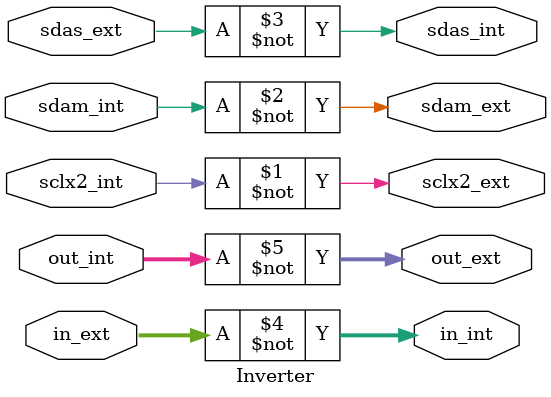
<source format=v>
`timescale 1ns / 1ps


module Inverter(
    // SCB signals
    input sclx2_int,
    output sclx2_ext,
    input sdam_int,
    output sdam_ext,
    output sdas_int,
    input sdas_ext,
    // gpio signals
    output [5:0] in_int,
    input [5:0] in_ext,
    input [4:0] out_int,
    output [4:0] out_ext
    );
    
    // invert SCB signals
    assign sclx2_ext = ~sclx2_int;
    assign sdam_ext = ~sdam_int;
    assign sdas_int = ~sdas_ext;
    
    // invert GPIO
    assign in_int = ~in_ext;
    assign out_ext = ~out_int;
    
endmodule

</source>
